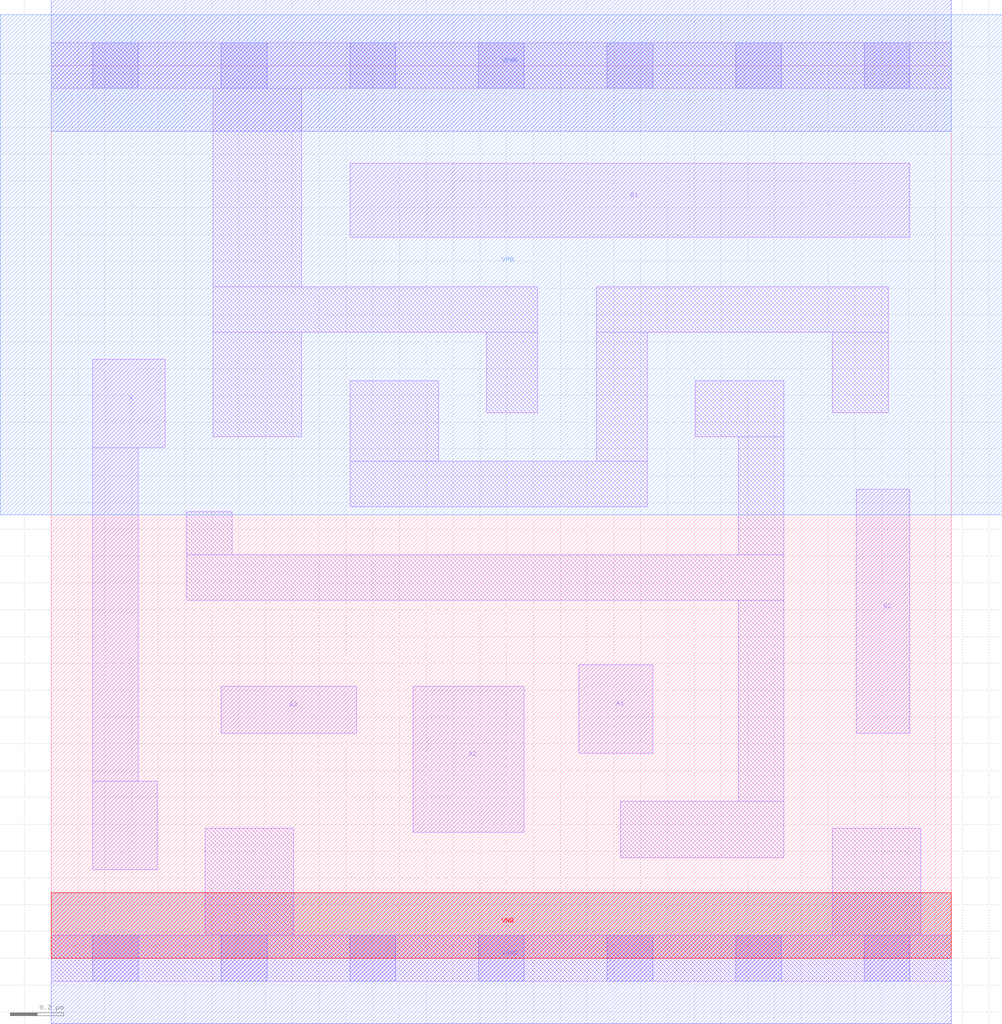
<source format=lef>
# Copyright 2020 The SkyWater PDK Authors
#
# Licensed under the Apache License, Version 2.0 (the "License");
# you may not use this file except in compliance with the License.
# You may obtain a copy of the License at
#
#     https://www.apache.org/licenses/LICENSE-2.0
#
# Unless required by applicable law or agreed to in writing, software
# distributed under the License is distributed on an "AS IS" BASIS,
# WITHOUT WARRANTIES OR CONDITIONS OF ANY KIND, either express or implied.
# See the License for the specific language governing permissions and
# limitations under the License.
#
# SPDX-License-Identifier: Apache-2.0

VERSION 5.7 ;
  NOWIREEXTENSIONATPIN ON ;
  DIVIDERCHAR "/" ;
  BUSBITCHARS "[]" ;
MACRO sky130_fd_sc_lp__a32o_m
  CLASS CORE ;
  FOREIGN sky130_fd_sc_lp__a32o_m ;
  ORIGIN  0.000000  0.000000 ;
  SIZE  3.360000 BY  3.330000 ;
  SYMMETRY X Y R90 ;
  SITE unit ;
  PIN A1
    ANTENNAGATEAREA  0.126000 ;
    DIRECTION INPUT ;
    USE SIGNAL ;
    PORT
      LAYER li1 ;
        RECT 1.970000 0.765000 2.245000 1.095000 ;
    END
  END A1
  PIN A2
    ANTENNAGATEAREA  0.126000 ;
    DIRECTION INPUT ;
    USE SIGNAL ;
    PORT
      LAYER li1 ;
        RECT 1.350000 0.470000 1.765000 1.015000 ;
    END
  END A2
  PIN A3
    ANTENNAGATEAREA  0.126000 ;
    DIRECTION INPUT ;
    USE SIGNAL ;
    PORT
      LAYER li1 ;
        RECT 0.635000 0.840000 1.140000 1.015000 ;
    END
  END A3
  PIN B1
    ANTENNAGATEAREA  0.126000 ;
    DIRECTION INPUT ;
    USE SIGNAL ;
    PORT
      LAYER li1 ;
        RECT 1.115000 2.690000 3.205000 2.965000 ;
    END
  END B1
  PIN B2
    ANTENNAGATEAREA  0.126000 ;
    DIRECTION INPUT ;
    USE SIGNAL ;
    PORT
      LAYER li1 ;
        RECT 3.005000 0.840000 3.205000 1.750000 ;
    END
  END B2
  PIN X
    ANTENNADIFFAREA  0.231000 ;
    DIRECTION OUTPUT ;
    USE SIGNAL ;
    PORT
      LAYER li1 ;
        RECT 0.155000 0.330000 0.395000 0.660000 ;
        RECT 0.155000 0.660000 0.325000 1.905000 ;
        RECT 0.155000 1.905000 0.425000 2.235000 ;
    END
  END X
  PIN VGND
    DIRECTION INOUT ;
    USE GROUND ;
    PORT
      LAYER met1 ;
        RECT 0.000000 -0.245000 3.360000 0.245000 ;
    END
  END VGND
  PIN VNB
    DIRECTION INOUT ;
    USE GROUND ;
    PORT
      LAYER pwell ;
        RECT 0.000000 0.000000 3.360000 0.245000 ;
    END
  END VNB
  PIN VPB
    DIRECTION INOUT ;
    USE POWER ;
    PORT
      LAYER nwell ;
        RECT -0.190000 1.655000 3.550000 3.520000 ;
    END
  END VPB
  PIN VPWR
    DIRECTION INOUT ;
    USE POWER ;
    PORT
      LAYER met1 ;
        RECT 0.000000 3.085000 3.360000 3.575000 ;
    END
  END VPWR
  OBS
    LAYER li1 ;
      RECT 0.000000 -0.085000 3.360000 0.085000 ;
      RECT 0.000000  3.245000 3.360000 3.415000 ;
      RECT 0.505000  1.335000 2.735000 1.505000 ;
      RECT 0.505000  1.505000 0.675000 1.665000 ;
      RECT 0.575000  0.085000 0.905000 0.485000 ;
      RECT 0.605000  1.945000 0.935000 2.335000 ;
      RECT 0.605000  2.335000 1.815000 2.505000 ;
      RECT 0.605000  2.505000 0.935000 3.245000 ;
      RECT 1.115000  1.685000 2.225000 1.855000 ;
      RECT 1.115000  1.855000 1.445000 2.155000 ;
      RECT 1.625000  2.035000 1.815000 2.335000 ;
      RECT 2.035000  1.855000 2.225000 2.335000 ;
      RECT 2.035000  2.335000 3.125000 2.505000 ;
      RECT 2.125000  0.375000 2.735000 0.585000 ;
      RECT 2.405000  1.945000 2.735000 2.155000 ;
      RECT 2.565000  0.585000 2.735000 1.335000 ;
      RECT 2.565000  1.505000 2.735000 1.945000 ;
      RECT 2.915000  0.085000 3.245000 0.485000 ;
      RECT 2.915000  2.035000 3.125000 2.335000 ;
    LAYER mcon ;
      RECT 0.155000 -0.085000 0.325000 0.085000 ;
      RECT 0.155000  3.245000 0.325000 3.415000 ;
      RECT 0.635000 -0.085000 0.805000 0.085000 ;
      RECT 0.635000  3.245000 0.805000 3.415000 ;
      RECT 1.115000 -0.085000 1.285000 0.085000 ;
      RECT 1.115000  3.245000 1.285000 3.415000 ;
      RECT 1.595000 -0.085000 1.765000 0.085000 ;
      RECT 1.595000  3.245000 1.765000 3.415000 ;
      RECT 2.075000 -0.085000 2.245000 0.085000 ;
      RECT 2.075000  3.245000 2.245000 3.415000 ;
      RECT 2.555000 -0.085000 2.725000 0.085000 ;
      RECT 2.555000  3.245000 2.725000 3.415000 ;
      RECT 3.035000 -0.085000 3.205000 0.085000 ;
      RECT 3.035000  3.245000 3.205000 3.415000 ;
  END
END sky130_fd_sc_lp__a32o_m
END LIBRARY

</source>
